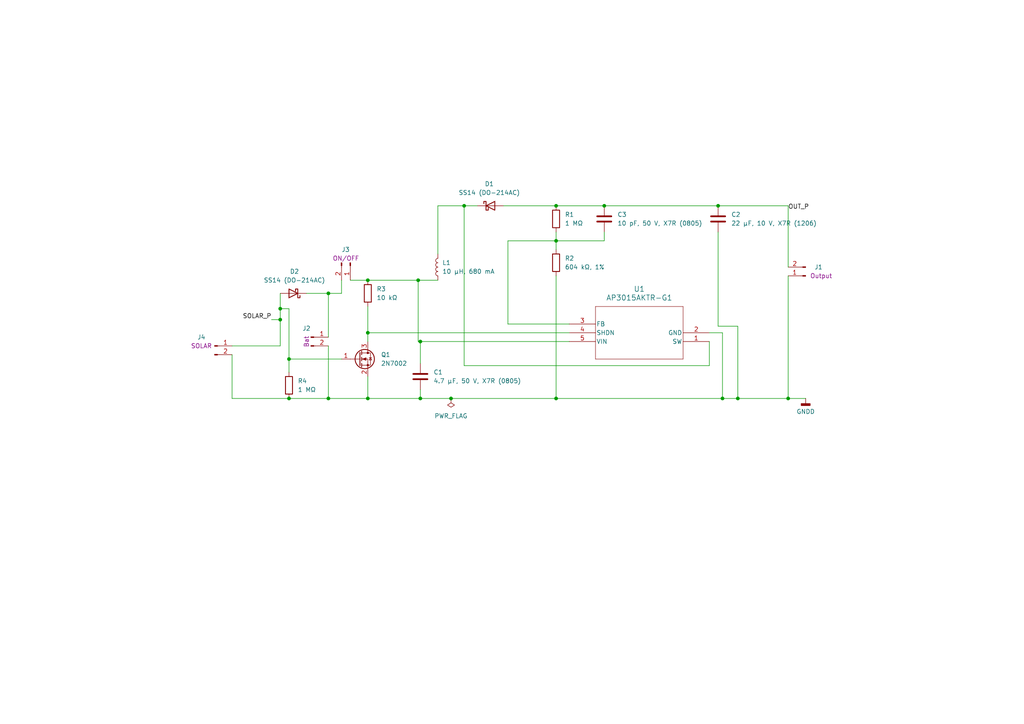
<source format=kicad_sch>
(kicad_sch (version 20250114) (generator "eeschema") (generator_version "9.0")
  (paper "A4")
  (title_block (title "Solar power supply") (date "2025-11-30") (rev "v1") (company "JPIndustries") (comment 1 "Author: Jose Padilla"))
  (lib_symbols
    (symbol "AP3015AKTR-G1:AP3015AKTR-G1" (pin_names (offset 0.254))
      (property "Reference" "U1" (at 20.32 -15.24 0))
      (property "Value" "AP3015AKTR-G1" (at 20.32 -12.7 0))
      (symbol "AP3015AKTR-G1_0_1"
        (polyline (pts (xy 7.62 5.08) (xy 7.62 -10.16)) (stroke (width 0.127)))
        (polyline (pts (xy 7.62 -10.16) (xy 33.02 -10.16)) (stroke (width 0.127)))
        (polyline (pts (xy 33.02 5.08) (xy 7.62 5.08)) (stroke (width 0.127)))
        (polyline (pts (xy 33.02 -10.16) (xy 33.02 5.08)) (stroke (width 0.127)))
        (pin unspecified line (at 40.64 0 180) (length 7.62) (name "VIN") (number "5"))
        (pin unspecified line (at 40.64 -2.54 180) (length 7.62) (name "SHDN") (number "4"))
        (pin unspecified line (at 40.64 -5.08 180) (length 7.62) (name "FB") (number "3"))
      )
      (symbol "AP3015AKTR-G1_1_1"
        (pin power_out line (at 0 0 0) (length 7.62) (name "SW") (number "1"))
        (pin power_in line (at 0 -2.54 0) (length 7.62) (name "GND") (number "2"))
      )
    )
    (symbol "Connector:Conn_01x02_Pin" (pin_names (offset 1.016) (hide yes))
      (property "Reference" "J" (at 0 2.54 0))
      (property "Value" "Conn_01x02_Pin" (at 0 -5.08 0))
      (symbol "Conn_01x02_Pin_1_1"
        (rectangle (start 0.8636 0.127) (end 0 -0.127) (stroke (width 0.1524)) (fill (type outline)))
        (rectangle (start 0.8636 -2.413) (end 0 -2.667) (stroke (width 0.1524)) (fill (type outline)))
        (polyline (pts (xy 1.27 0) (xy 0.8636 0)) (stroke (width 0.1524)))
        (polyline (pts (xy 1.27 -2.54) (xy 0.8636 -2.54)) (stroke (width 0.1524)))
        (pin passive line (at 5.08 0 180) (length 3.81) (name "Pin_1") (number "1"))
        (pin passive line (at 5.08 -2.54 180) (length 3.81) (name "Pin_2") (number "2"))
      )
    )
    (symbol "Device:C" (pin_numbers (hide yes)) (pin_names (offset 0.254))
      (property "Reference" "C" (at 0.635 2.54 0))
      (property "Value" "C" (at 0.635 -2.54 0))
      (symbol "C_0_1"
        (polyline (pts (xy -2.032 0.762) (xy 2.032 0.762)) (stroke (width 0.508)))
        (polyline (pts (xy -2.032 -0.762) (xy 2.032 -0.762)) (stroke (width 0.508)))
      )
      (symbol "C_1_1"
        (pin passive line (at 0 3.81 270) (length 2.794) (name "~") (number "1"))
        (pin passive line (at 0 -3.81 90) (length 2.794) (name "~") (number "2"))
      )
    )
    (symbol "Device:L" (pin_numbers (hide yes)) (pin_names (offset 1.016) (hide yes))
      (property "Reference" "L" (at -1.27 0 90))
      (property "Value" "L" (at 1.905 0 90))
      (symbol "L_0_1"
        (arc (start 0 2.54) (mid 0.6323 1.905) (end 0 1.27))
        (arc (start 0 1.27) (mid 0.6323 0.635) (end 0 0))
        (arc (start 0 0) (mid 0.6323 -0.635) (end 0 -1.27))
        (arc (start 0 -1.27) (mid 0.6323 -1.905) (end 0 -2.54))
      )
      (symbol "L_1_1"
        (pin passive line (at 0 3.81 270) (length 1.27) (name "1") (number "1"))
        (pin passive line (at 0 -3.81 90) (length 1.27) (name "2") (number "2"))
      )
    )
    (symbol "Device:R" (pin_numbers (hide yes)) (pin_names (offset 0))
      (property "Reference" "R" (at 2.032 0 90))
      (property "Value" "R" (at 0 0 90))
      (symbol "R_0_1"
        (rectangle (start -1.016 -2.54) (end 1.016 2.54) (stroke (width 0.254)))
      )
      (symbol "R_1_1"
        (pin passive line (at 0 3.81 270) (length 1.27) (name "~") (number "1"))
        (pin passive line (at 0 -3.81 90) (length 1.27) (name "~") (number "2"))
      )
    )
    (symbol "Diode:SS14" (pin_numbers (hide yes)) (pin_names (offset 1.016) (hide yes))
      (property "Reference" "D" (at 0 2.54 0))
      (property "Value" "SS14" (at 0 -2.54 0))
      (symbol "SS14_0_1"
        (polyline (pts (xy -1.905 0.635) (xy -1.905 1.27) (xy -1.27 1.27) (xy -1.27 -1.27) (xy -0.635 -1.27) (xy -0.635 -0.635)) (stroke (width 0.254)))
        (polyline (pts (xy 1.27 1.27) (xy 1.27 -1.27) (xy -1.27 0) (xy 1.27 1.27)) (stroke (width 0.254)))
        (polyline (pts (xy 1.27 0) (xy -1.27 0)))
      )
      (symbol "SS14_1_1"
        (pin passive line (at -3.81 0 0) (length 2.54) (name "K") (number "1"))
        (pin passive line (at 3.81 0 180) (length 2.54) (name "A") (number "2"))
      )
    )
    (symbol "Transistor_FET:2N7002" (pin_names (offset 0) (hide yes))
      (property "Reference" "Q" (at 5.08 1.905 0))
      (property "Value" "2N7002" (at 5.08 0 0))
      (symbol "2N7002_0_1"
        (polyline (pts (xy 0.254 1.905) (xy 0.254 -1.905)) (stroke (width 0.254)))
        (polyline (pts (xy 0.254 0) (xy -2.54 0)))
        (polyline (pts (xy 0.762 2.286) (xy 0.762 1.27)) (stroke (width 0.254)))
        (polyline (pts (xy 0.762 0.508) (xy 0.762 -0.508)) (stroke (width 0.254)))
        (polyline (pts (xy 0.762 -1.27) (xy 0.762 -2.286)) (stroke (width 0.254)))
        (polyline (pts (xy 0.762 -1.778) (xy 3.302 -1.778) (xy 3.302 1.778) (xy 0.762 1.778)))
        (polyline (pts (xy 1.016 0) (xy 2.032 0.381) (xy 2.032 -0.381) (xy 1.016 0)) (fill (type outline)))
        (circle (center 1.651 0) (radius 2.794) (stroke (width 0.254)))
        (polyline (pts (xy 2.54 2.54) (xy 2.54 1.778)))
        (circle (center 2.54 1.778) (radius 0.254) (fill (type outline)))
        (circle (center 2.54 -1.778) (radius 0.254) (fill (type outline)))
        (polyline (pts (xy 2.54 -2.54) (xy 2.54 0) (xy 0.762 0)))
        (polyline (pts (xy 2.921 0.381) (xy 3.683 0.381)))
        (polyline (pts (xy 3.302 0.381) (xy 2.921 -0.254) (xy 3.683 -0.254) (xy 3.302 0.381)))
      )
      (symbol "2N7002_1_1"
        (pin input line (at -5.08 0 0) (length 2.54) (name "G") (number "1"))
        (pin passive line (at 2.54 5.08 270) (length 2.54) (name "D") (number "3"))
        (pin passive line (at 2.54 -5.08 90) (length 2.54) (name "S") (number "2"))
      )
    )
    (symbol "power:GNDD" (power) (pin_numbers (hide yes)) (pin_names (offset 0) (hide yes))
      (property "Value" "GNDD" (at 0 -3.175 0))
      (symbol "GNDD_0_1"
        (rectangle (start -1.27 -1.524) (end 1.27 -2.032) (stroke (width 0.254)) (fill (type outline)))
        (polyline (pts (xy 0 0) (xy 0 -1.524)))
      )
      (symbol "GNDD_1_1"
        (pin power_in line (at 0 0 270) (length 0) (name "~") (number "1"))
      )
    )
    (symbol "power:PWR_FLAG" (power) (pin_numbers (hide yes)) (pin_names (offset 0) (hide yes))
      (property "Value" "PWR_FLAG" (at 0 3.81 0))
      (symbol "PWR_FLAG_0_0"
        (pin power_out line (at 0 0 90) (length 0) (name "~") (number "1"))
      )
      (symbol "PWR_FLAG_0_1"
        (polyline (pts (xy 0 0) (xy 0 1.27) (xy -1.016 1.905) (xy 0 2.54) (xy 1.016 1.905) (xy 0 1.27)))
      )
    )
  )
  (junction (at 83.82 115.57))
  (junction (at 228.6 115.57))
  (junction (at 106.68 115.57))
  (junction (at 121.92 115.57))
  (junction (at 81.28 89.535))
  (junction (at 95.25 115.57))
  (junction (at 208.28 59.69))
  (junction (at 130.81 115.57))
  (junction (at 121.285 81.28))
  (junction (at 81.28 92.71))
  (junction (at 209.55 115.57))
  (junction (at 161.29 59.69))
  (junction (at 121.92 99.06))
  (junction (at 106.68 96.52))
  (junction (at 175.26 59.69))
  (junction (at 161.29 69.85))
  (junction (at 134.62 59.69))
  (junction (at 106.68 81.28))
  (junction (at 95.25 85.09))
  (junction (at 83.82 104.14))
  (junction (at 161.29 115.57))
  (junction (at 213.995 115.57))
  (wire (pts (xy 147.32 93.98) (xy 147.32 69.85)))
  (wire (pts (xy 88.9 85.09) (xy 95.25 85.09)))
  (wire (pts (xy 106.68 88.9) (xy 106.68 96.52)))
  (wire (pts (xy 127 59.69) (xy 127 73.66)))
  (wire (pts (xy 165.1 93.98) (xy 147.32 93.98)))
  (wire (pts (xy 81.28 89.535) (xy 81.28 85.09)))
  (wire (pts (xy 121.92 99.06) (xy 121.92 105.41)))
  (wire (pts (xy 161.29 67.31) (xy 161.29 69.85)))
  (wire (pts (xy 67.31 100.33) (xy 81.28 100.33)))
  (wire (pts (xy 81.28 100.33) (xy 81.28 92.71)))
  (wire (pts (xy 146.05 59.69) (xy 161.29 59.69)))
  (wire (pts (xy 95.25 115.57) (xy 106.68 115.57)))
  (wire (pts (xy 106.68 81.28) (xy 121.285 81.28)))
  (wire (pts (xy 228.6 115.57) (xy 233.68 115.57)))
  (wire (pts (xy 175.26 67.31) (xy 175.26 69.85)))
  (wire (pts (xy 205.74 96.52) (xy 209.55 96.52)))
  (wire (pts (xy 134.62 59.69) (xy 138.43 59.69)))
  (wire (pts (xy 121.285 81.28) (xy 127 81.28)))
  (wire (pts (xy 161.29 69.85) (xy 161.29 72.39)))
  (wire (pts (xy 175.26 59.69) (xy 208.28 59.69)))
  (wire (pts (xy 228.6 80.01) (xy 228.6 115.57)))
  (wire (pts (xy 99.06 85.09) (xy 99.06 81.28)))
  (wire (pts (xy 67.31 102.87) (xy 67.31 115.57)))
  (wire (pts (xy 161.29 115.57) (xy 209.55 115.57)))
  (wire (pts (xy 161.29 59.69) (xy 175.26 59.69)))
  (wire (pts (xy 213.995 115.57) (xy 228.6 115.57)))
  (wire (pts (xy 78.74 92.71) (xy 81.28 92.71)))
  (wire (pts (xy 130.81 115.57) (xy 161.29 115.57)))
  (wire (pts (xy 205.74 99.06) (xy 205.74 106.045)))
  (wire (pts (xy 81.28 92.71) (xy 81.28 89.535)))
  (wire (pts (xy 83.82 89.535) (xy 81.28 89.535)))
  (wire (pts (xy 106.68 115.57) (xy 121.92 115.57)))
  (wire (pts (xy 165.1 99.06) (xy 121.92 99.06)))
  (wire (pts (xy 208.28 67.31) (xy 208.28 94.615)))
  (wire (pts (xy 67.31 115.57) (xy 83.82 115.57)))
  (wire (pts (xy 121.92 113.03) (xy 121.92 115.57)))
  (wire (pts (xy 147.32 69.85) (xy 161.29 69.85)))
  (wire (pts (xy 95.25 85.09) (xy 99.06 85.09)))
  (wire (pts (xy 83.82 115.57) (xy 95.25 115.57)))
  (wire (pts (xy 83.82 104.14) (xy 99.06 104.14)))
  (wire (pts (xy 83.82 104.14) (xy 83.82 107.95)))
  (wire (pts (xy 121.92 115.57) (xy 130.81 115.57)))
  (wire (pts (xy 106.68 109.22) (xy 106.68 115.57)))
  (wire (pts (xy 228.6 59.69) (xy 208.28 59.69)))
  (wire (pts (xy 101.6 81.28) (xy 106.68 81.28)))
  (wire (pts (xy 95.25 85.09) (xy 95.25 97.79)))
  (wire (pts (xy 106.68 96.52) (xy 106.68 99.06)))
  (wire (pts (xy 83.82 89.535) (xy 83.82 104.14)))
  (wire (pts (xy 228.6 77.47) (xy 228.6 59.69)))
  (wire (pts (xy 121.285 99.06) (xy 121.285 81.28)))
  (wire (pts (xy 208.28 94.615) (xy 213.995 94.615)))
  (wire (pts (xy 106.68 96.52) (xy 165.1 96.52)))
  (wire (pts (xy 209.55 115.57) (xy 213.995 115.57)))
  (wire (pts (xy 213.995 94.615) (xy 213.995 115.57)))
  (wire (pts (xy 95.25 100.33) (xy 95.25 115.57)))
  (wire (pts (xy 134.62 106.045) (xy 134.62 59.69)))
  (wire (pts (xy 127 59.69) (xy 134.62 59.69)))
  (wire (pts (xy 209.55 96.52) (xy 209.55 115.57)))
  (wire (pts (xy 205.74 106.045) (xy 134.62 106.045)))
  (wire (pts (xy 121.92 99.06) (xy 121.285 99.06)))
  (wire (pts (xy 161.29 80.01) (xy 161.29 115.57)))
  (wire (pts (xy 175.26 69.85) (xy 161.29 69.85)))
  (label "OUT_P" (at 228.6 60.96 0))
  (label "SOLAR_P" (at 78.74 92.71 180))
  (symbol (lib_id "Device:R") (at 161.29 76.2 0) (unit 1)
    (property "Reference" "R2" (at 163.83 74.9299 0) (effects (justify left)))
    (property "Value" "604 kΩ, 1%" (at 163.83 77.4699 0) (effects (justify left)))
    (property "Footprint" "Resistor_SMD:R_0805_2012Metric" (effects (hide yes)))
    (property "Description" "Resistor" (effects (hide yes)))
  )
  (symbol (lib_id "Connector:Conn_01x02_Pin") (at 101.6 76.2 270) (unit 1)
    (property "Reference" "J3" (at 99.06 72.39 90) (effects (justify left)))
    (property "Value" "Conn_01x02_Pin" (effects (hide yes)))
    (property "Footprint" "Connector_PinHeader_2.54mm:PinHeader_1x02_P2.54mm_Vertical" (effects (hide yes)))
    (property "Description" "Generic connector, single row, 01x02, script generated" (effects (hide yes)))
    (property "Short desription" "ON/OFF" (at 100.33 74.93 90))
  )
  (symbol (lib_id "Diode:SS14") (at 142.24 59.69 0) (unit 1)
    (property "Reference" "D1" (at 141.9225 53.34 0))
    (property "Value" "SS14 (DO-214AC)" (at 141.9225 55.88 0))
    (property "Footprint" "Diode_SMD:D_SMA" (effects (hide yes)))
    (property "Datasheet" "https://www.vishay.com/docs/88746/ss12.pdf" (effects (hide yes)))
    (property "Description" "40V 1A Schottky Diode, SMA" (effects (hide yes)))
  )
  (symbol (lib_id "Connector:Conn_01x02_Pin") (at 233.68 80.01 180) (unit 1)
    (property "Reference" "J1" (at 236.22 77.47 0) (effects (justify right)))
    (property "Value" "Conn_01x02_Pin" (effects (hide yes)))
    (property "Footprint" "Connector_PinHeader_2.54mm:PinHeader_1x02_P2.54mm_Vertical" (effects (hide yes)))
    (property "Description" "Generic connector, single row, 01x02, script generated" (effects (hide yes)))
    (property "Short desription" "Output" (at 234.95 80.0099 0) (effects (justify right)))
  )
  (symbol (lib_id "Device:C") (at 121.92 109.22 0) (unit 1)
    (property "Reference" "C1" (at 125.73 107.9499 0) (effects (justify left)))
    (property "Value" "4.7 µF, 50 V, X7R (0805)" (at 125.73 110.4899 0) (effects (justify left)))
    (property "Footprint" "Capacitor_SMD:C_0805_2012Metric" (effects (hide yes)))
    (property "Description" "Unpolarized capacitor" (effects (hide yes)))
  )
  (symbol (lib_id "Device:R") (at 161.29 63.5 0) (unit 1)
    (property "Reference" "R1" (at 163.83 62.2299 0) (effects (justify left)))
    (property "Value" "1 MΩ" (at 163.83 64.7699 0) (effects (justify left)))
    (property "Footprint" "Resistor_SMD:R_0805_2012Metric" (effects (hide yes)))
    (property "Description" "Resistor" (effects (hide yes)))
  )
  (symbol (lib_id "Device:R") (at 106.68 85.09 180) (unit 1)
    (property "Reference" "R3" (at 109.22 83.8199 0) (effects (justify right)))
    (property "Value" "10 kΩ" (at 109.22 86.3599 0) (effects (justify right)))
    (property "Footprint" "Resistor_SMD:R_0805_2012Metric" (effects (hide yes)))
    (property "Description" "Resistor" (effects (hide yes)))
  )
  (symbol (lib_id "power:PWR_FLAG") (at 130.81 115.57 180) (unit 1)
    (property "Reference" "#FLG01" (effects (hide yes)))
    (property "Value" "PWR_FLAG" (at 130.81 120.65 0))
    (property "Description" "Special symbol for telling ERC where power comes from" (effects (hide yes)))
  )
  (symbol (lib_id "Device:L") (at 127 77.47 180) (unit 1)
    (property "Reference" "L1" (at 128.27 76.1999 0) (effects (justify right)))
    (property "Value" "10 µH, 680 mA" (at 128.27 78.7399 0) (effects (justify right)))
    (property "Footprint" "Inductor_SMD:L_Abracon_ASPI-0630LR" (effects (hide yes)))
    (property "Description" "Inductor" (effects (hide yes)))
  )
  (symbol (lib_id "AP3015AKTR-G1:AP3015AKTR-G1") (at 205.74 99.06 180) (unit 1)
    (property "Reference" "U1" (at 185.42 83.82 0) (effects (font (size 1.524 1.524))))
    (property "Value" "AP3015AKTR-G1" (at 185.42 86.36 0) (effects (font (size 1.524 1.524))))
    (property "Footprint" "AP3015AKTR-G1:SOT23-5_1P55X2P9_DIO" (effects (hide yes)))
    (property "Datasheet" "AP3015AKTR-G1" (effects (hide yes)))
  )
  (symbol (lib_id "Diode:SS14") (at 85.09 85.09 180) (unit 1)
    (property "Reference" "D2" (at 85.4075 78.74 0))
    (property "Value" "SS14 (DO-214AC)" (at 85.4075 81.28 0))
    (property "Footprint" "Diode_SMD:D_SMA" (effects (hide yes)))
    (property "Datasheet" "https://www.vishay.com/docs/88746/ss12.pdf" (effects (hide yes)))
    (property "Description" "40V 1A Schottky Diode, SMA" (effects (hide yes)))
  )
  (symbol (lib_id "Device:C") (at 208.28 63.5 0) (unit 1)
    (property "Reference" "C2" (at 212.09 62.2299 0) (effects (justify left)))
    (property "Value" "22 µF, 10 V, X7R (1206)" (at 212.09 64.7699 0) (effects (justify left)))
    (property "Footprint" "Capacitor_SMD:C_1206_3216Metric" (effects (hide yes)))
    (property "Description" "Unpolarized capacitor" (effects (hide yes)))
  )
  (symbol (lib_id "Connector:Conn_01x02_Pin") (at 90.17 97.79 0) (unit 1)
    (property "Reference" "J2" (at 88.9 95.25 0))
    (property "Value" "Conn_01x02_Pin" (effects (hide yes)))
    (property "Footprint" "Connector_PinHeader_2.54mm:PinHeader_1x02_P2.54mm_Vertical" (effects (hide yes)))
    (property "Description" "Generic connector, single row, 01x02, script generated" (effects (hide yes)))
    (property "Short desription" "Bat" (at 88.9 99.06 90))
  )
  (symbol (lib_id "power:GNDD") (at 233.68 115.57 0) (unit 1)
    (property "Reference" "#PWR02" (effects (hide yes)))
    (property "Value" "GNDD" (at 233.68 119.38 0))
    (property "Description" "Power symbol creates a global label with name \"GNDD\" , digital ground" (effects (hide yes)))
  )
  (symbol (lib_id "Device:R") (at 83.82 111.76 0) (unit 1)
    (property "Reference" "R4" (at 86.36 110.4899 0) (effects (justify left)))
    (property "Value" "1 MΩ" (at 86.36 113.0299 0) (effects (justify left)))
    (property "Footprint" "Resistor_SMD:R_0805_2012Metric" (effects (hide yes)))
    (property "Description" "Resistor" (effects (hide yes)))
  )
  (symbol (lib_id "Connector:Conn_01x02_Pin") (at 62.23 100.33 0) (unit 1)
    (property "Reference" "J4" (at 58.42 97.79 0))
    (property "Value" "Conn_01x02_Pin" (effects (hide yes)))
    (property "Footprint" "Connector_PinHeader_2.54mm:PinHeader_1x02_P2.54mm_Horizontal" (effects (hide yes)))
    (property "Description" "Generic connector, single row, 01x02, script generated" (effects (hide yes)))
    (property "Short desription" "SOLAR" (at 58.42 100.33 0))
  )
  (symbol (lib_id "Device:C") (at 175.26 63.5 0) (unit 1)
    (property "Reference" "C3" (at 179.07 62.2299 0) (effects (justify left)))
    (property "Value" "10 pF, 50 V, X7R (0805)" (at 179.07 64.7699 0) (effects (justify left)))
    (property "Footprint" "Capacitor_SMD:C_0805_2012Metric" (effects (hide yes)))
    (property "Description" "Unpolarized capacitor" (effects (hide yes)))
  )
  (symbol (lib_id "Transistor_FET:2N7002") (at 104.14 104.14 0) (unit 1)
    (property "Reference" "Q1" (at 110.49 102.8699 0) (effects (justify left)))
    (property "Value" "2N7002" (at 110.49 105.4099 0) (effects (justify left)))
    (property "Footprint" "Package_TO_SOT_SMD:SOT-23" (effects (hide yes)))
    (property "Datasheet" "https://www.onsemi.com/pub/Collateral/NDS7002A-D.PDF" (effects (hide yes)))
    (property "Description" "0.115A Id, 60V Vds, N-Channel MOSFET, SOT-23" (effects (hide yes)))
  )
)
</source>
